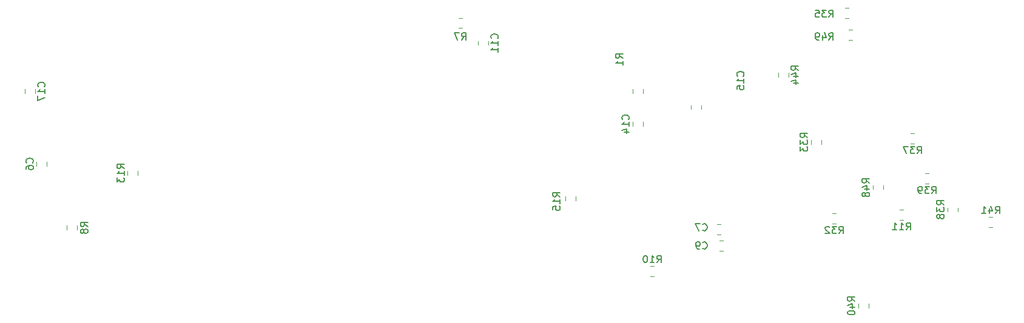
<source format=gbr>
%TF.GenerationSoftware,KiCad,Pcbnew,(5.1.6)-1*%
%TF.CreationDate,2021-01-03T22:36:31+05:30*%
%TF.ProjectId,supplyboard,73757070-6c79-4626-9f61-72642e6b6963,rev?*%
%TF.SameCoordinates,Original*%
%TF.FileFunction,Legend,Bot*%
%TF.FilePolarity,Positive*%
%FSLAX46Y46*%
G04 Gerber Fmt 4.6, Leading zero omitted, Abs format (unit mm)*
G04 Created by KiCad (PCBNEW (5.1.6)-1) date 2021-01-03 22:36:31*
%MOMM*%
%LPD*%
G01*
G04 APERTURE LIST*
%ADD10C,0.120000*%
%ADD11C,0.150000*%
G04 APERTURE END LIST*
D10*
%TO.C,R35*%
X158249252Y-85546000D02*
X157726748Y-85546000D01*
X158249252Y-84126000D02*
X157726748Y-84126000D01*
%TO.C,C9*%
X139701748Y-115010000D02*
X140224252Y-115010000D01*
X139701748Y-113590000D02*
X140224252Y-113590000D01*
%TO.C,R10*%
X130563252Y-118566000D02*
X130040748Y-118566000D01*
X130563252Y-117146000D02*
X130040748Y-117146000D01*
%TO.C,C7*%
X139362922Y-111304000D02*
X139880078Y-111304000D01*
X139362922Y-112724000D02*
X139880078Y-112724000D01*
%TO.C,R1*%
X127560000Y-92971252D02*
X127560000Y-92448748D01*
X128980000Y-92971252D02*
X128980000Y-92448748D01*
%TO.C,C15*%
X135688000Y-95248252D02*
X135688000Y-94725748D01*
X137108000Y-95248252D02*
X137108000Y-94725748D01*
%TO.C,C6*%
X45795000Y-102608748D02*
X45795000Y-103131252D01*
X44375000Y-102608748D02*
X44375000Y-103131252D01*
%TO.C,R7*%
X103243748Y-82475000D02*
X103766252Y-82475000D01*
X103243748Y-83895000D02*
X103766252Y-83895000D01*
%TO.C,R8*%
X49986000Y-112021252D02*
X49986000Y-111498748D01*
X48566000Y-112021252D02*
X48566000Y-111498748D01*
%TO.C,R15*%
X118162000Y-107957252D02*
X118162000Y-107434748D01*
X119582000Y-107957252D02*
X119582000Y-107434748D01*
%TO.C,R11*%
X164838748Y-109272000D02*
X165361252Y-109272000D01*
X164838748Y-110692000D02*
X165361252Y-110692000D01*
%TO.C,R13*%
X58495000Y-103878748D02*
X58495000Y-104401252D01*
X57075000Y-103878748D02*
X57075000Y-104401252D01*
%TO.C,R32*%
X155440748Y-109780000D02*
X155963252Y-109780000D01*
X155440748Y-111200000D02*
X155963252Y-111200000D01*
%TO.C,R33*%
X153872000Y-99560748D02*
X153872000Y-100083252D01*
X152452000Y-99560748D02*
X152452000Y-100083252D01*
%TO.C,R37*%
X166362748Y-98604000D02*
X166885252Y-98604000D01*
X166362748Y-100024000D02*
X166885252Y-100024000D01*
%TO.C,R38*%
X172922000Y-108967748D02*
X172922000Y-109490252D01*
X171502000Y-108967748D02*
X171502000Y-109490252D01*
%TO.C,R39*%
X168394748Y-104192000D02*
X168917252Y-104192000D01*
X168394748Y-105612000D02*
X168917252Y-105612000D01*
%TO.C,R40*%
X160476000Y-122420748D02*
X160476000Y-122943252D01*
X159056000Y-122420748D02*
X159056000Y-122943252D01*
%TO.C,R41*%
X177798252Y-111708000D02*
X177275748Y-111708000D01*
X177798252Y-110288000D02*
X177275748Y-110288000D01*
%TO.C,R44*%
X147880000Y-90685252D02*
X147880000Y-90162748D01*
X149300000Y-90685252D02*
X149300000Y-90162748D01*
%TO.C,R48*%
X162508000Y-105901748D02*
X162508000Y-106424252D01*
X161088000Y-105901748D02*
X161088000Y-106424252D01*
%TO.C,R49*%
X157218748Y-81078000D02*
X157741252Y-81078000D01*
X157218748Y-82498000D02*
X157741252Y-82498000D01*
%TO.C,C11*%
X105970000Y-86231252D02*
X105970000Y-85708748D01*
X107390000Y-86231252D02*
X107390000Y-85708748D01*
%TO.C,C14*%
X128980000Y-97020748D02*
X128980000Y-97543252D01*
X127560000Y-97020748D02*
X127560000Y-97543252D01*
%TO.C,C17*%
X44144000Y-92971252D02*
X44144000Y-92448748D01*
X42724000Y-92971252D02*
X42724000Y-92448748D01*
%TO.C,R35*%
D11*
X154947857Y-82367380D02*
X155281190Y-81891190D01*
X155519285Y-82367380D02*
X155519285Y-81367380D01*
X155138333Y-81367380D01*
X155043095Y-81415000D01*
X154995476Y-81462619D01*
X154947857Y-81557857D01*
X154947857Y-81700714D01*
X154995476Y-81795952D01*
X155043095Y-81843571D01*
X155138333Y-81891190D01*
X155519285Y-81891190D01*
X154614523Y-81367380D02*
X153995476Y-81367380D01*
X154328809Y-81748333D01*
X154185952Y-81748333D01*
X154090714Y-81795952D01*
X154043095Y-81843571D01*
X153995476Y-81938809D01*
X153995476Y-82176904D01*
X154043095Y-82272142D01*
X154090714Y-82319761D01*
X154185952Y-82367380D01*
X154471666Y-82367380D01*
X154566904Y-82319761D01*
X154614523Y-82272142D01*
X153090714Y-81367380D02*
X153566904Y-81367380D01*
X153614523Y-81843571D01*
X153566904Y-81795952D01*
X153471666Y-81748333D01*
X153233571Y-81748333D01*
X153138333Y-81795952D01*
X153090714Y-81843571D01*
X153043095Y-81938809D01*
X153043095Y-82176904D01*
X153090714Y-82272142D01*
X153138333Y-82319761D01*
X153233571Y-82367380D01*
X153471666Y-82367380D01*
X153566904Y-82319761D01*
X153614523Y-82272142D01*
%TO.C,C9*%
X137326666Y-114657142D02*
X137374285Y-114704761D01*
X137517142Y-114752380D01*
X137612380Y-114752380D01*
X137755238Y-114704761D01*
X137850476Y-114609523D01*
X137898095Y-114514285D01*
X137945714Y-114323809D01*
X137945714Y-114180952D01*
X137898095Y-113990476D01*
X137850476Y-113895238D01*
X137755238Y-113800000D01*
X137612380Y-113752380D01*
X137517142Y-113752380D01*
X137374285Y-113800000D01*
X137326666Y-113847619D01*
X136850476Y-114752380D02*
X136660000Y-114752380D01*
X136564761Y-114704761D01*
X136517142Y-114657142D01*
X136421904Y-114514285D01*
X136374285Y-114323809D01*
X136374285Y-113942857D01*
X136421904Y-113847619D01*
X136469523Y-113800000D01*
X136564761Y-113752380D01*
X136755238Y-113752380D01*
X136850476Y-113800000D01*
X136898095Y-113847619D01*
X136945714Y-113942857D01*
X136945714Y-114180952D01*
X136898095Y-114276190D01*
X136850476Y-114323809D01*
X136755238Y-114371428D01*
X136564761Y-114371428D01*
X136469523Y-114323809D01*
X136421904Y-114276190D01*
X136374285Y-114180952D01*
%TO.C,R10*%
X130944857Y-116658380D02*
X131278190Y-116182190D01*
X131516285Y-116658380D02*
X131516285Y-115658380D01*
X131135333Y-115658380D01*
X131040095Y-115706000D01*
X130992476Y-115753619D01*
X130944857Y-115848857D01*
X130944857Y-115991714D01*
X130992476Y-116086952D01*
X131040095Y-116134571D01*
X131135333Y-116182190D01*
X131516285Y-116182190D01*
X129992476Y-116658380D02*
X130563904Y-116658380D01*
X130278190Y-116658380D02*
X130278190Y-115658380D01*
X130373428Y-115801238D01*
X130468666Y-115896476D01*
X130563904Y-115944095D01*
X129373428Y-115658380D02*
X129278190Y-115658380D01*
X129182952Y-115706000D01*
X129135333Y-115753619D01*
X129087714Y-115848857D01*
X129040095Y-116039333D01*
X129040095Y-116277428D01*
X129087714Y-116467904D01*
X129135333Y-116563142D01*
X129182952Y-116610761D01*
X129278190Y-116658380D01*
X129373428Y-116658380D01*
X129468666Y-116610761D01*
X129516285Y-116563142D01*
X129563904Y-116467904D01*
X129611523Y-116277428D01*
X129611523Y-116039333D01*
X129563904Y-115848857D01*
X129516285Y-115753619D01*
X129468666Y-115706000D01*
X129373428Y-115658380D01*
%TO.C,C7*%
X137326666Y-112117142D02*
X137374285Y-112164761D01*
X137517142Y-112212380D01*
X137612380Y-112212380D01*
X137755238Y-112164761D01*
X137850476Y-112069523D01*
X137898095Y-111974285D01*
X137945714Y-111783809D01*
X137945714Y-111640952D01*
X137898095Y-111450476D01*
X137850476Y-111355238D01*
X137755238Y-111260000D01*
X137612380Y-111212380D01*
X137517142Y-111212380D01*
X137374285Y-111260000D01*
X137326666Y-111307619D01*
X136993333Y-111212380D02*
X136326666Y-111212380D01*
X136755238Y-112212380D01*
%TO.C,R1*%
X126182380Y-88098333D02*
X125706190Y-87765000D01*
X126182380Y-87526904D02*
X125182380Y-87526904D01*
X125182380Y-87907857D01*
X125230000Y-88003095D01*
X125277619Y-88050714D01*
X125372857Y-88098333D01*
X125515714Y-88098333D01*
X125610952Y-88050714D01*
X125658571Y-88003095D01*
X125706190Y-87907857D01*
X125706190Y-87526904D01*
X126182380Y-89050714D02*
X126182380Y-88479285D01*
X126182380Y-88765000D02*
X125182380Y-88765000D01*
X125325238Y-88669761D01*
X125420476Y-88574523D01*
X125468095Y-88479285D01*
%TO.C,C15*%
X143005142Y-90594142D02*
X143052761Y-90546523D01*
X143100380Y-90403666D01*
X143100380Y-90308428D01*
X143052761Y-90165571D01*
X142957523Y-90070333D01*
X142862285Y-90022714D01*
X142671809Y-89975095D01*
X142528952Y-89975095D01*
X142338476Y-90022714D01*
X142243238Y-90070333D01*
X142148000Y-90165571D01*
X142100380Y-90308428D01*
X142100380Y-90403666D01*
X142148000Y-90546523D01*
X142195619Y-90594142D01*
X143100380Y-91546523D02*
X143100380Y-90975095D01*
X143100380Y-91260809D02*
X142100380Y-91260809D01*
X142243238Y-91165571D01*
X142338476Y-91070333D01*
X142386095Y-90975095D01*
X142100380Y-92451285D02*
X142100380Y-91975095D01*
X142576571Y-91927476D01*
X142528952Y-91975095D01*
X142481333Y-92070333D01*
X142481333Y-92308428D01*
X142528952Y-92403666D01*
X142576571Y-92451285D01*
X142671809Y-92498904D01*
X142909904Y-92498904D01*
X143005142Y-92451285D01*
X143052761Y-92403666D01*
X143100380Y-92308428D01*
X143100380Y-92070333D01*
X143052761Y-91975095D01*
X143005142Y-91927476D01*
%TO.C,C6*%
X43792142Y-102703333D02*
X43839761Y-102655714D01*
X43887380Y-102512857D01*
X43887380Y-102417619D01*
X43839761Y-102274761D01*
X43744523Y-102179523D01*
X43649285Y-102131904D01*
X43458809Y-102084285D01*
X43315952Y-102084285D01*
X43125476Y-102131904D01*
X43030238Y-102179523D01*
X42935000Y-102274761D01*
X42887380Y-102417619D01*
X42887380Y-102512857D01*
X42935000Y-102655714D01*
X42982619Y-102703333D01*
X42887380Y-103560476D02*
X42887380Y-103370000D01*
X42935000Y-103274761D01*
X42982619Y-103227142D01*
X43125476Y-103131904D01*
X43315952Y-103084285D01*
X43696904Y-103084285D01*
X43792142Y-103131904D01*
X43839761Y-103179523D01*
X43887380Y-103274761D01*
X43887380Y-103465238D01*
X43839761Y-103560476D01*
X43792142Y-103608095D01*
X43696904Y-103655714D01*
X43458809Y-103655714D01*
X43363571Y-103608095D01*
X43315952Y-103560476D01*
X43268333Y-103465238D01*
X43268333Y-103274761D01*
X43315952Y-103179523D01*
X43363571Y-103131904D01*
X43458809Y-103084285D01*
%TO.C,R7*%
X103671666Y-85542380D02*
X104005000Y-85066190D01*
X104243095Y-85542380D02*
X104243095Y-84542380D01*
X103862142Y-84542380D01*
X103766904Y-84590000D01*
X103719285Y-84637619D01*
X103671666Y-84732857D01*
X103671666Y-84875714D01*
X103719285Y-84970952D01*
X103766904Y-85018571D01*
X103862142Y-85066190D01*
X104243095Y-85066190D01*
X103338333Y-84542380D02*
X102671666Y-84542380D01*
X103100238Y-85542380D01*
%TO.C,R8*%
X51506380Y-111602333D02*
X51030190Y-111269000D01*
X51506380Y-111030904D02*
X50506380Y-111030904D01*
X50506380Y-111411857D01*
X50554000Y-111507095D01*
X50601619Y-111554714D01*
X50696857Y-111602333D01*
X50839714Y-111602333D01*
X50934952Y-111554714D01*
X50982571Y-111507095D01*
X51030190Y-111411857D01*
X51030190Y-111030904D01*
X50934952Y-112173761D02*
X50887333Y-112078523D01*
X50839714Y-112030904D01*
X50744476Y-111983285D01*
X50696857Y-111983285D01*
X50601619Y-112030904D01*
X50554000Y-112078523D01*
X50506380Y-112173761D01*
X50506380Y-112364238D01*
X50554000Y-112459476D01*
X50601619Y-112507095D01*
X50696857Y-112554714D01*
X50744476Y-112554714D01*
X50839714Y-112507095D01*
X50887333Y-112459476D01*
X50934952Y-112364238D01*
X50934952Y-112173761D01*
X50982571Y-112078523D01*
X51030190Y-112030904D01*
X51125428Y-111983285D01*
X51315904Y-111983285D01*
X51411142Y-112030904D01*
X51458761Y-112078523D01*
X51506380Y-112173761D01*
X51506380Y-112364238D01*
X51458761Y-112459476D01*
X51411142Y-112507095D01*
X51315904Y-112554714D01*
X51125428Y-112554714D01*
X51030190Y-112507095D01*
X50982571Y-112459476D01*
X50934952Y-112364238D01*
%TO.C,R15*%
X117419380Y-107443142D02*
X116943190Y-107109809D01*
X117419380Y-106871714D02*
X116419380Y-106871714D01*
X116419380Y-107252666D01*
X116467000Y-107347904D01*
X116514619Y-107395523D01*
X116609857Y-107443142D01*
X116752714Y-107443142D01*
X116847952Y-107395523D01*
X116895571Y-107347904D01*
X116943190Y-107252666D01*
X116943190Y-106871714D01*
X117419380Y-108395523D02*
X117419380Y-107824095D01*
X117419380Y-108109809D02*
X116419380Y-108109809D01*
X116562238Y-108014571D01*
X116657476Y-107919333D01*
X116705095Y-107824095D01*
X116419380Y-109300285D02*
X116419380Y-108824095D01*
X116895571Y-108776476D01*
X116847952Y-108824095D01*
X116800333Y-108919333D01*
X116800333Y-109157428D01*
X116847952Y-109252666D01*
X116895571Y-109300285D01*
X116990809Y-109347904D01*
X117228904Y-109347904D01*
X117324142Y-109300285D01*
X117371761Y-109252666D01*
X117419380Y-109157428D01*
X117419380Y-108919333D01*
X117371761Y-108824095D01*
X117324142Y-108776476D01*
%TO.C,R11*%
X165742857Y-112084380D02*
X166076190Y-111608190D01*
X166314285Y-112084380D02*
X166314285Y-111084380D01*
X165933333Y-111084380D01*
X165838095Y-111132000D01*
X165790476Y-111179619D01*
X165742857Y-111274857D01*
X165742857Y-111417714D01*
X165790476Y-111512952D01*
X165838095Y-111560571D01*
X165933333Y-111608190D01*
X166314285Y-111608190D01*
X164790476Y-112084380D02*
X165361904Y-112084380D01*
X165076190Y-112084380D02*
X165076190Y-111084380D01*
X165171428Y-111227238D01*
X165266666Y-111322476D01*
X165361904Y-111370095D01*
X163838095Y-112084380D02*
X164409523Y-112084380D01*
X164123809Y-112084380D02*
X164123809Y-111084380D01*
X164219047Y-111227238D01*
X164314285Y-111322476D01*
X164409523Y-111370095D01*
%TO.C,R13*%
X56587380Y-103497142D02*
X56111190Y-103163809D01*
X56587380Y-102925714D02*
X55587380Y-102925714D01*
X55587380Y-103306666D01*
X55635000Y-103401904D01*
X55682619Y-103449523D01*
X55777857Y-103497142D01*
X55920714Y-103497142D01*
X56015952Y-103449523D01*
X56063571Y-103401904D01*
X56111190Y-103306666D01*
X56111190Y-102925714D01*
X56587380Y-104449523D02*
X56587380Y-103878095D01*
X56587380Y-104163809D02*
X55587380Y-104163809D01*
X55730238Y-104068571D01*
X55825476Y-103973333D01*
X55873095Y-103878095D01*
X55587380Y-104782857D02*
X55587380Y-105401904D01*
X55968333Y-105068571D01*
X55968333Y-105211428D01*
X56015952Y-105306666D01*
X56063571Y-105354285D01*
X56158809Y-105401904D01*
X56396904Y-105401904D01*
X56492142Y-105354285D01*
X56539761Y-105306666D01*
X56587380Y-105211428D01*
X56587380Y-104925714D01*
X56539761Y-104830476D01*
X56492142Y-104782857D01*
%TO.C,R32*%
X156344857Y-112592380D02*
X156678190Y-112116190D01*
X156916285Y-112592380D02*
X156916285Y-111592380D01*
X156535333Y-111592380D01*
X156440095Y-111640000D01*
X156392476Y-111687619D01*
X156344857Y-111782857D01*
X156344857Y-111925714D01*
X156392476Y-112020952D01*
X156440095Y-112068571D01*
X156535333Y-112116190D01*
X156916285Y-112116190D01*
X156011523Y-111592380D02*
X155392476Y-111592380D01*
X155725809Y-111973333D01*
X155582952Y-111973333D01*
X155487714Y-112020952D01*
X155440095Y-112068571D01*
X155392476Y-112163809D01*
X155392476Y-112401904D01*
X155440095Y-112497142D01*
X155487714Y-112544761D01*
X155582952Y-112592380D01*
X155868666Y-112592380D01*
X155963904Y-112544761D01*
X156011523Y-112497142D01*
X155011523Y-111687619D02*
X154963904Y-111640000D01*
X154868666Y-111592380D01*
X154630571Y-111592380D01*
X154535333Y-111640000D01*
X154487714Y-111687619D01*
X154440095Y-111782857D01*
X154440095Y-111878095D01*
X154487714Y-112020952D01*
X155059142Y-112592380D01*
X154440095Y-112592380D01*
%TO.C,R33*%
X151964380Y-99179142D02*
X151488190Y-98845809D01*
X151964380Y-98607714D02*
X150964380Y-98607714D01*
X150964380Y-98988666D01*
X151012000Y-99083904D01*
X151059619Y-99131523D01*
X151154857Y-99179142D01*
X151297714Y-99179142D01*
X151392952Y-99131523D01*
X151440571Y-99083904D01*
X151488190Y-98988666D01*
X151488190Y-98607714D01*
X150964380Y-99512476D02*
X150964380Y-100131523D01*
X151345333Y-99798190D01*
X151345333Y-99941047D01*
X151392952Y-100036285D01*
X151440571Y-100083904D01*
X151535809Y-100131523D01*
X151773904Y-100131523D01*
X151869142Y-100083904D01*
X151916761Y-100036285D01*
X151964380Y-99941047D01*
X151964380Y-99655333D01*
X151916761Y-99560095D01*
X151869142Y-99512476D01*
X150964380Y-100464857D02*
X150964380Y-101083904D01*
X151345333Y-100750571D01*
X151345333Y-100893428D01*
X151392952Y-100988666D01*
X151440571Y-101036285D01*
X151535809Y-101083904D01*
X151773904Y-101083904D01*
X151869142Y-101036285D01*
X151916761Y-100988666D01*
X151964380Y-100893428D01*
X151964380Y-100607714D01*
X151916761Y-100512476D01*
X151869142Y-100464857D01*
%TO.C,R37*%
X167266857Y-101416380D02*
X167600190Y-100940190D01*
X167838285Y-101416380D02*
X167838285Y-100416380D01*
X167457333Y-100416380D01*
X167362095Y-100464000D01*
X167314476Y-100511619D01*
X167266857Y-100606857D01*
X167266857Y-100749714D01*
X167314476Y-100844952D01*
X167362095Y-100892571D01*
X167457333Y-100940190D01*
X167838285Y-100940190D01*
X166933523Y-100416380D02*
X166314476Y-100416380D01*
X166647809Y-100797333D01*
X166504952Y-100797333D01*
X166409714Y-100844952D01*
X166362095Y-100892571D01*
X166314476Y-100987809D01*
X166314476Y-101225904D01*
X166362095Y-101321142D01*
X166409714Y-101368761D01*
X166504952Y-101416380D01*
X166790666Y-101416380D01*
X166885904Y-101368761D01*
X166933523Y-101321142D01*
X165981142Y-100416380D02*
X165314476Y-100416380D01*
X165743047Y-101416380D01*
%TO.C,R38*%
X171014380Y-108586142D02*
X170538190Y-108252809D01*
X171014380Y-108014714D02*
X170014380Y-108014714D01*
X170014380Y-108395666D01*
X170062000Y-108490904D01*
X170109619Y-108538523D01*
X170204857Y-108586142D01*
X170347714Y-108586142D01*
X170442952Y-108538523D01*
X170490571Y-108490904D01*
X170538190Y-108395666D01*
X170538190Y-108014714D01*
X170014380Y-108919476D02*
X170014380Y-109538523D01*
X170395333Y-109205190D01*
X170395333Y-109348047D01*
X170442952Y-109443285D01*
X170490571Y-109490904D01*
X170585809Y-109538523D01*
X170823904Y-109538523D01*
X170919142Y-109490904D01*
X170966761Y-109443285D01*
X171014380Y-109348047D01*
X171014380Y-109062333D01*
X170966761Y-108967095D01*
X170919142Y-108919476D01*
X170442952Y-110109952D02*
X170395333Y-110014714D01*
X170347714Y-109967095D01*
X170252476Y-109919476D01*
X170204857Y-109919476D01*
X170109619Y-109967095D01*
X170062000Y-110014714D01*
X170014380Y-110109952D01*
X170014380Y-110300428D01*
X170062000Y-110395666D01*
X170109619Y-110443285D01*
X170204857Y-110490904D01*
X170252476Y-110490904D01*
X170347714Y-110443285D01*
X170395333Y-110395666D01*
X170442952Y-110300428D01*
X170442952Y-110109952D01*
X170490571Y-110014714D01*
X170538190Y-109967095D01*
X170633428Y-109919476D01*
X170823904Y-109919476D01*
X170919142Y-109967095D01*
X170966761Y-110014714D01*
X171014380Y-110109952D01*
X171014380Y-110300428D01*
X170966761Y-110395666D01*
X170919142Y-110443285D01*
X170823904Y-110490904D01*
X170633428Y-110490904D01*
X170538190Y-110443285D01*
X170490571Y-110395666D01*
X170442952Y-110300428D01*
%TO.C,R39*%
X169298857Y-107004380D02*
X169632190Y-106528190D01*
X169870285Y-107004380D02*
X169870285Y-106004380D01*
X169489333Y-106004380D01*
X169394095Y-106052000D01*
X169346476Y-106099619D01*
X169298857Y-106194857D01*
X169298857Y-106337714D01*
X169346476Y-106432952D01*
X169394095Y-106480571D01*
X169489333Y-106528190D01*
X169870285Y-106528190D01*
X168965523Y-106004380D02*
X168346476Y-106004380D01*
X168679809Y-106385333D01*
X168536952Y-106385333D01*
X168441714Y-106432952D01*
X168394095Y-106480571D01*
X168346476Y-106575809D01*
X168346476Y-106813904D01*
X168394095Y-106909142D01*
X168441714Y-106956761D01*
X168536952Y-107004380D01*
X168822666Y-107004380D01*
X168917904Y-106956761D01*
X168965523Y-106909142D01*
X167870285Y-107004380D02*
X167679809Y-107004380D01*
X167584571Y-106956761D01*
X167536952Y-106909142D01*
X167441714Y-106766285D01*
X167394095Y-106575809D01*
X167394095Y-106194857D01*
X167441714Y-106099619D01*
X167489333Y-106052000D01*
X167584571Y-106004380D01*
X167775047Y-106004380D01*
X167870285Y-106052000D01*
X167917904Y-106099619D01*
X167965523Y-106194857D01*
X167965523Y-106432952D01*
X167917904Y-106528190D01*
X167870285Y-106575809D01*
X167775047Y-106623428D01*
X167584571Y-106623428D01*
X167489333Y-106575809D01*
X167441714Y-106528190D01*
X167394095Y-106432952D01*
%TO.C,R40*%
X158568380Y-122039142D02*
X158092190Y-121705809D01*
X158568380Y-121467714D02*
X157568380Y-121467714D01*
X157568380Y-121848666D01*
X157616000Y-121943904D01*
X157663619Y-121991523D01*
X157758857Y-122039142D01*
X157901714Y-122039142D01*
X157996952Y-121991523D01*
X158044571Y-121943904D01*
X158092190Y-121848666D01*
X158092190Y-121467714D01*
X157901714Y-122896285D02*
X158568380Y-122896285D01*
X157520761Y-122658190D02*
X158235047Y-122420095D01*
X158235047Y-123039142D01*
X157568380Y-123610571D02*
X157568380Y-123705809D01*
X157616000Y-123801047D01*
X157663619Y-123848666D01*
X157758857Y-123896285D01*
X157949333Y-123943904D01*
X158187428Y-123943904D01*
X158377904Y-123896285D01*
X158473142Y-123848666D01*
X158520761Y-123801047D01*
X158568380Y-123705809D01*
X158568380Y-123610571D01*
X158520761Y-123515333D01*
X158473142Y-123467714D01*
X158377904Y-123420095D01*
X158187428Y-123372476D01*
X157949333Y-123372476D01*
X157758857Y-123420095D01*
X157663619Y-123467714D01*
X157616000Y-123515333D01*
X157568380Y-123610571D01*
%TO.C,R41*%
X178179857Y-109800380D02*
X178513190Y-109324190D01*
X178751285Y-109800380D02*
X178751285Y-108800380D01*
X178370333Y-108800380D01*
X178275095Y-108848000D01*
X178227476Y-108895619D01*
X178179857Y-108990857D01*
X178179857Y-109133714D01*
X178227476Y-109228952D01*
X178275095Y-109276571D01*
X178370333Y-109324190D01*
X178751285Y-109324190D01*
X177322714Y-109133714D02*
X177322714Y-109800380D01*
X177560809Y-108752761D02*
X177798904Y-109467047D01*
X177179857Y-109467047D01*
X176275095Y-109800380D02*
X176846523Y-109800380D01*
X176560809Y-109800380D02*
X176560809Y-108800380D01*
X176656047Y-108943238D01*
X176751285Y-109038476D01*
X176846523Y-109086095D01*
%TO.C,R44*%
X150692380Y-89781142D02*
X150216190Y-89447809D01*
X150692380Y-89209714D02*
X149692380Y-89209714D01*
X149692380Y-89590666D01*
X149740000Y-89685904D01*
X149787619Y-89733523D01*
X149882857Y-89781142D01*
X150025714Y-89781142D01*
X150120952Y-89733523D01*
X150168571Y-89685904D01*
X150216190Y-89590666D01*
X150216190Y-89209714D01*
X150025714Y-90638285D02*
X150692380Y-90638285D01*
X149644761Y-90400190D02*
X150359047Y-90162095D01*
X150359047Y-90781142D01*
X150025714Y-91590666D02*
X150692380Y-91590666D01*
X149644761Y-91352571D02*
X150359047Y-91114476D01*
X150359047Y-91733523D01*
%TO.C,R48*%
X160600380Y-105520142D02*
X160124190Y-105186809D01*
X160600380Y-104948714D02*
X159600380Y-104948714D01*
X159600380Y-105329666D01*
X159648000Y-105424904D01*
X159695619Y-105472523D01*
X159790857Y-105520142D01*
X159933714Y-105520142D01*
X160028952Y-105472523D01*
X160076571Y-105424904D01*
X160124190Y-105329666D01*
X160124190Y-104948714D01*
X159933714Y-106377285D02*
X160600380Y-106377285D01*
X159552761Y-106139190D02*
X160267047Y-105901095D01*
X160267047Y-106520142D01*
X160028952Y-107043952D02*
X159981333Y-106948714D01*
X159933714Y-106901095D01*
X159838476Y-106853476D01*
X159790857Y-106853476D01*
X159695619Y-106901095D01*
X159648000Y-106948714D01*
X159600380Y-107043952D01*
X159600380Y-107234428D01*
X159648000Y-107329666D01*
X159695619Y-107377285D01*
X159790857Y-107424904D01*
X159838476Y-107424904D01*
X159933714Y-107377285D01*
X159981333Y-107329666D01*
X160028952Y-107234428D01*
X160028952Y-107043952D01*
X160076571Y-106948714D01*
X160124190Y-106901095D01*
X160219428Y-106853476D01*
X160409904Y-106853476D01*
X160505142Y-106901095D01*
X160552761Y-106948714D01*
X160600380Y-107043952D01*
X160600380Y-107234428D01*
X160552761Y-107329666D01*
X160505142Y-107377285D01*
X160409904Y-107424904D01*
X160219428Y-107424904D01*
X160124190Y-107377285D01*
X160076571Y-107329666D01*
X160028952Y-107234428D01*
%TO.C,R49*%
X154947857Y-85542380D02*
X155281190Y-85066190D01*
X155519285Y-85542380D02*
X155519285Y-84542380D01*
X155138333Y-84542380D01*
X155043095Y-84590000D01*
X154995476Y-84637619D01*
X154947857Y-84732857D01*
X154947857Y-84875714D01*
X154995476Y-84970952D01*
X155043095Y-85018571D01*
X155138333Y-85066190D01*
X155519285Y-85066190D01*
X154090714Y-84875714D02*
X154090714Y-85542380D01*
X154328809Y-84494761D02*
X154566904Y-85209047D01*
X153947857Y-85209047D01*
X153519285Y-85542380D02*
X153328809Y-85542380D01*
X153233571Y-85494761D01*
X153185952Y-85447142D01*
X153090714Y-85304285D01*
X153043095Y-85113809D01*
X153043095Y-84732857D01*
X153090714Y-84637619D01*
X153138333Y-84590000D01*
X153233571Y-84542380D01*
X153424047Y-84542380D01*
X153519285Y-84590000D01*
X153566904Y-84637619D01*
X153614523Y-84732857D01*
X153614523Y-84970952D01*
X153566904Y-85066190D01*
X153519285Y-85113809D01*
X153424047Y-85161428D01*
X153233571Y-85161428D01*
X153138333Y-85113809D01*
X153090714Y-85066190D01*
X153043095Y-84970952D01*
%TO.C,C11*%
X108687142Y-85327142D02*
X108734761Y-85279523D01*
X108782380Y-85136666D01*
X108782380Y-85041428D01*
X108734761Y-84898571D01*
X108639523Y-84803333D01*
X108544285Y-84755714D01*
X108353809Y-84708095D01*
X108210952Y-84708095D01*
X108020476Y-84755714D01*
X107925238Y-84803333D01*
X107830000Y-84898571D01*
X107782380Y-85041428D01*
X107782380Y-85136666D01*
X107830000Y-85279523D01*
X107877619Y-85327142D01*
X108782380Y-86279523D02*
X108782380Y-85708095D01*
X108782380Y-85993809D02*
X107782380Y-85993809D01*
X107925238Y-85898571D01*
X108020476Y-85803333D01*
X108068095Y-85708095D01*
X108782380Y-87231904D02*
X108782380Y-86660476D01*
X108782380Y-86946190D02*
X107782380Y-86946190D01*
X107925238Y-86850952D01*
X108020476Y-86755714D01*
X108068095Y-86660476D01*
%TO.C,C14*%
X126977142Y-96639142D02*
X127024761Y-96591523D01*
X127072380Y-96448666D01*
X127072380Y-96353428D01*
X127024761Y-96210571D01*
X126929523Y-96115333D01*
X126834285Y-96067714D01*
X126643809Y-96020095D01*
X126500952Y-96020095D01*
X126310476Y-96067714D01*
X126215238Y-96115333D01*
X126120000Y-96210571D01*
X126072380Y-96353428D01*
X126072380Y-96448666D01*
X126120000Y-96591523D01*
X126167619Y-96639142D01*
X127072380Y-97591523D02*
X127072380Y-97020095D01*
X127072380Y-97305809D02*
X126072380Y-97305809D01*
X126215238Y-97210571D01*
X126310476Y-97115333D01*
X126358095Y-97020095D01*
X126405714Y-98448666D02*
X127072380Y-98448666D01*
X126024761Y-98210571D02*
X126739047Y-97972476D01*
X126739047Y-98591523D01*
%TO.C,C17*%
X45441142Y-92067142D02*
X45488761Y-92019523D01*
X45536380Y-91876666D01*
X45536380Y-91781428D01*
X45488761Y-91638571D01*
X45393523Y-91543333D01*
X45298285Y-91495714D01*
X45107809Y-91448095D01*
X44964952Y-91448095D01*
X44774476Y-91495714D01*
X44679238Y-91543333D01*
X44584000Y-91638571D01*
X44536380Y-91781428D01*
X44536380Y-91876666D01*
X44584000Y-92019523D01*
X44631619Y-92067142D01*
X45536380Y-93019523D02*
X45536380Y-92448095D01*
X45536380Y-92733809D02*
X44536380Y-92733809D01*
X44679238Y-92638571D01*
X44774476Y-92543333D01*
X44822095Y-92448095D01*
X44536380Y-93352857D02*
X44536380Y-94019523D01*
X45536380Y-93590952D01*
%TD*%
M02*

</source>
